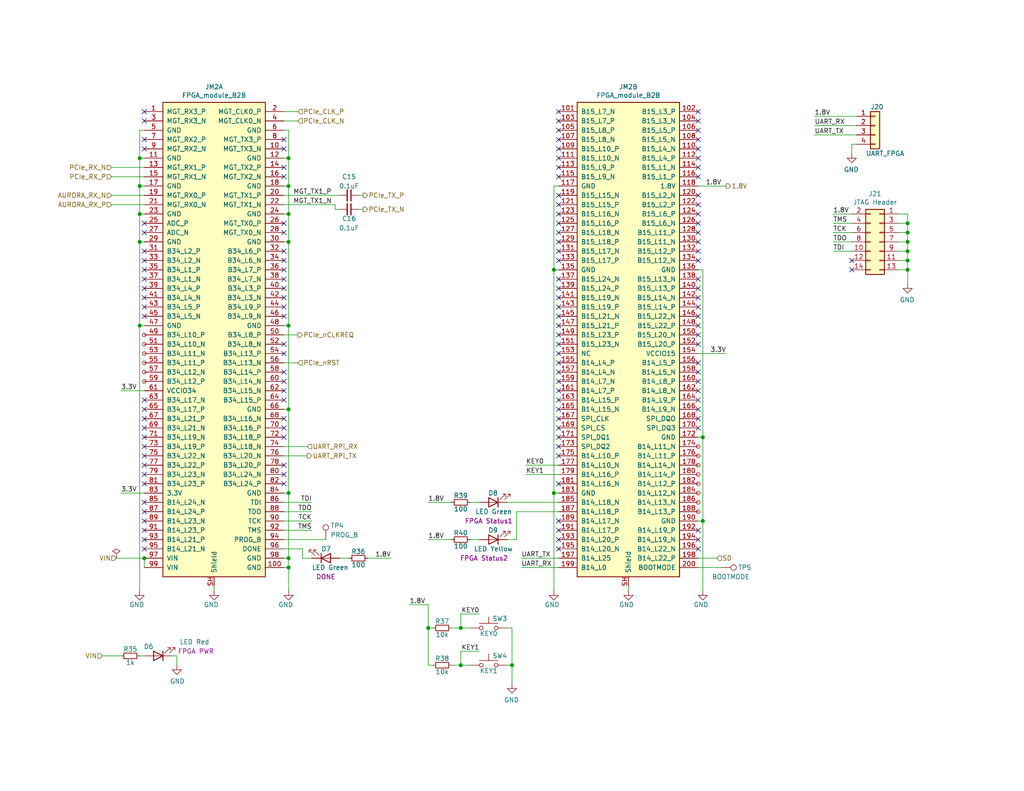
<source format=kicad_sch>
(kicad_sch (version 20211123) (generator eeschema)
  (paper "USLetter")
  (title_block (title "FPGA B2B connectors") (date "2021-05-13") (rev "1.0"))
  (lib_symbols
    (symbol "Connector:TestPoint" (pin_numbers hide) (pin_names (offset 0.762) hide)
      (property "Reference" "TP" (at 0 6.858 0))
      (property "Value" "TestPoint" (at 0 5.08 0))
      (symbol "TestPoint_0_1"
        (circle (center 0 3.302) (radius 0.762))
      )
      (symbol "TestPoint_1_1"
        (pin passive line (at 0 0 90) (length 2.54) (name "1") (number "1"))
      )
    )
    (symbol "Connector:TestPoint_Small" (pin_numbers hide) (pin_names (offset 0.762) hide)
      (property "Reference" "TP" (at 0 3.81 0))
      (property "Value" "TestPoint_Small" (at 0 2.032 0))
      (symbol "TestPoint_Small_0_1"
        (circle (center 0 0) (radius 0.508))
      )
      (symbol "TestPoint_Small_1_1"
        (pin passive line (at 0 0 90) (length 0) (name "1") (number "1"))
      )
    )
    (symbol "Connector_Generic:Conn_01x04" (pin_names (offset 1.016) hide)
      (property "Reference" "J" (at 0 5.08 0))
      (property "Value" "Conn_01x04" (at 0 -7.62 0))
      (symbol "Conn_01x04_1_1"
        (rectangle (start -1.27 -4.953) (end 0 -5.207) (stroke (width 0.1524)))
        (rectangle (start -1.27 -2.413) (end 0 -2.667) (stroke (width 0.1524)))
        (rectangle (start -1.27 0.127) (end 0 -0.127) (stroke (width 0.1524)))
        (rectangle (start -1.27 2.667) (end 0 2.413) (stroke (width 0.1524)))
        (rectangle (start -1.27 3.81) (end 1.27 -6.35) (stroke (width 0.254)) (fill (type background)))
        (pin passive line (at -5.08 2.54 0) (length 3.81) (name "Pin_1") (number "1"))
        (pin passive line (at -5.08 0 0) (length 3.81) (name "Pin_2") (number "2"))
        (pin passive line (at -5.08 -2.54 0) (length 3.81) (name "Pin_3") (number "3"))
        (pin passive line (at -5.08 -5.08 0) (length 3.81) (name "Pin_4") (number "4"))
      )
    )
    (symbol "Connector_Generic:Conn_02x07_Odd_Even" (pin_names (offset 1.016) hide)
      (property "Reference" "J" (at 1.27 10.16 0))
      (property "Value" "Conn_02x07_Odd_Even" (at 1.27 -10.16 0))
      (symbol "Conn_02x07_Odd_Even_1_1"
        (rectangle (start -1.27 -7.493) (end 0 -7.747) (stroke (width 0.1524)))
        (rectangle (start -1.27 -4.953) (end 0 -5.207) (stroke (width 0.1524)))
        (rectangle (start -1.27 -2.413) (end 0 -2.667) (stroke (width 0.1524)))
        (rectangle (start -1.27 0.127) (end 0 -0.127) (stroke (width 0.1524)))
        (rectangle (start -1.27 2.667) (end 0 2.413) (stroke (width 0.1524)))
        (rectangle (start -1.27 5.207) (end 0 4.953) (stroke (width 0.1524)))
        (rectangle (start -1.27 7.747) (end 0 7.493) (stroke (width 0.1524)))
        (rectangle (start -1.27 8.89) (end 3.81 -8.89) (stroke (width 0.254)) (fill (type background)))
        (rectangle (start 3.81 -7.493) (end 2.54 -7.747) (stroke (width 0.1524)))
        (rectangle (start 3.81 -4.953) (end 2.54 -5.207) (stroke (width 0.1524)))
        (rectangle (start 3.81 -2.413) (end 2.54 -2.667) (stroke (width 0.1524)))
        (rectangle (start 3.81 0.127) (end 2.54 -0.127) (stroke (width 0.1524)))
        (rectangle (start 3.81 2.667) (end 2.54 2.413) (stroke (width 0.1524)))
        (rectangle (start 3.81 5.207) (end 2.54 4.953) (stroke (width 0.1524)))
        (rectangle (start 3.81 7.747) (end 2.54 7.493) (stroke (width 0.1524)))
        (pin passive line (at -5.08 7.62 0) (length 3.81) (name "Pin_1") (number "1"))
        (pin passive line (at 7.62 -2.54 180) (length 3.81) (name "Pin_10") (number "10"))
        (pin passive line (at -5.08 -5.08 0) (length 3.81) (name "Pin_11") (number "11"))
        (pin passive line (at 7.62 -5.08 180) (length 3.81) (name "Pin_12") (number "12"))
        (pin passive line (at -5.08 -7.62 0) (length 3.81) (name "Pin_13") (number "13"))
        (pin passive line (at 7.62 -7.62 180) (length 3.81) (name "Pin_14") (number "14"))
        (pin passive line (at 7.62 7.62 180) (length 3.81) (name "Pin_2") (number "2"))
        (pin passive line (at -5.08 5.08 0) (length 3.81) (name "Pin_3") (number "3"))
        (pin passive line (at 7.62 5.08 180) (length 3.81) (name "Pin_4") (number "4"))
        (pin passive line (at -5.08 2.54 0) (length 3.81) (name "Pin_5") (number "5"))
        (pin passive line (at 7.62 2.54 180) (length 3.81) (name "Pin_6") (number "6"))
        (pin passive line (at -5.08 0 0) (length 3.81) (name "Pin_7") (number "7"))
        (pin passive line (at 7.62 0 180) (length 3.81) (name "Pin_8") (number "8"))
        (pin passive line (at -5.08 -2.54 0) (length 3.81) (name "Pin_9") (number "9"))
      )
    )
    (symbol "Device:C_Small" (pin_numbers hide) (pin_names (offset 0.254) hide)
      (property "Reference" "C" (at 0.254 1.778 0))
      (property "Value" "C_Small" (at 0.254 -2.032 0))
      (symbol "C_Small_0_1"
        (polyline (pts (xy -1.524 -0.508) (xy 1.524 -0.508)) (stroke (width 0.3302)))
        (polyline (pts (xy -1.524 0.508) (xy 1.524 0.508)) (stroke (width 0.3048)))
      )
      (symbol "C_Small_1_1"
        (pin passive line (at 0 2.54 270) (length 2.032) (name "~") (number "1"))
        (pin passive line (at 0 -2.54 90) (length 2.032) (name "~") (number "2"))
      )
    )
    (symbol "Device:LED" (pin_numbers hide) (pin_names (offset 1.016) hide)
      (property "Reference" "D" (at 0 2.54 0))
      (property "Value" "LED" (at 0 -2.54 0))
      (symbol "LED_0_1"
        (polyline (pts (xy -1.27 -1.27) (xy -1.27 1.27)) (stroke (width 0.254)))
        (polyline (pts (xy -1.27 0) (xy 1.27 0)))
        (polyline (pts (xy 1.27 -1.27) (xy 1.27 1.27) (xy -1.27 0) (xy 1.27 -1.27)) (stroke (width 0.254)))
        (polyline (pts (xy -3.048 -0.762) (xy -4.572 -2.286) (xy -3.81 -2.286) (xy -4.572 -2.286) (xy -4.572 -1.524)))
        (polyline (pts (xy -1.778 -0.762) (xy -3.302 -2.286) (xy -2.54 -2.286) (xy -3.302 -2.286) (xy -3.302 -1.524)))
      )
      (symbol "LED_1_1"
        (pin passive line (at -3.81 0 0) (length 2.54) (name "K") (number "1"))
        (pin passive line (at 3.81 0 180) (length 2.54) (name "A") (number "2"))
      )
    )
    (symbol "Device:R_Small" (pin_numbers hide) (pin_names (offset 0.254) hide)
      (property "Reference" "R" (at 0.762 0.508 0))
      (property "Value" "R_Small" (at 0.762 -1.016 0))
      (symbol "R_Small_0_1"
        (rectangle (start -0.762 1.778) (end 0.762 -1.778) (stroke (width 0.2032)))
      )
      (symbol "R_Small_1_1"
        (pin passive line (at 0 2.54 270) (length 0.762) (name "~") (number "1"))
        (pin passive line (at 0 -2.54 90) (length 0.762) (name "~") (number "2"))
      )
    )
    (symbol "ProjectLib:FPGA_module_B2B" (pin_names (offset 1.016))
      (property "Reference" "JM" (at 5.08 3.81 0))
      (property "Value" "FPGA_module_B2B" (at 13.335 3.81 0))
      (symbol "FPGA_module_B2B_0_1"
        (pin passive line (at 19.05 -129.54 90) (length 2.54) (name "Shield") (number "SH"))
      )
      (symbol "FPGA_module_B2B_1_1"
        (rectangle (start 5.08 2.54) (end 33.02 -127) (stroke (width 0.254)) (fill (type background)))
        (pin input line (at 0 0 0) (length 5.08) (name "MGT_RX3_P") (number "1"))
        (pin output line (at 38.1 -10.16 180) (length 5.08) (name "MGT_TX3_N") (number "10"))
        (pin power_in line (at 38.1 -124.46 180) (length 5.08) (name "GND") (number "100"))
        (pin power_in line (at 0 -12.7 0) (length 5.08) (name "GND") (number "11"))
        (pin power_in line (at 38.1 -12.7 180) (length 5.08) (name "GND") (number "12"))
        (pin passive line (at 0 -15.24 0) (length 5.08) (name "MGT_RX1_P") (number "13"))
        (pin output line (at 38.1 -15.24 180) (length 5.08) (name "MGT_TX2_P") (number "14"))
        (pin passive line (at 0 -17.78 0) (length 5.08) (name "MGT_RX1_N") (number "15"))
        (pin output line (at 38.1 -17.78 180) (length 5.08) (name "MGT_TX2_N") (number "16"))
        (pin passive line (at 0 -20.32 0) (length 5.08) (name "GND") (number "17"))
        (pin power_in line (at 38.1 -20.32 180) (length 5.08) (name "GND") (number "18"))
        (pin input line (at 0 -22.86 0) (length 5.08) (name "MGT_RX0_P") (number "19"))
        (pin passive line (at 38.1 0 180) (length 5.08) (name "MGT_CLK0_P") (number "2"))
        (pin output line (at 38.1 -22.86 180) (length 5.08) (name "MGT_TX1_P") (number "20"))
        (pin input line (at 0 -25.4 0) (length 5.08) (name "MGT_RX0_N") (number "21"))
        (pin output line (at 38.1 -25.4 180) (length 5.08) (name "MGT_TX1_N") (number "22"))
        (pin power_in line (at 0 -27.94 0) (length 5.08) (name "GND") (number "23"))
        (pin power_in line (at 38.1 -27.94 180) (length 5.08) (name "GND") (number "24"))
        (pin passive line (at 0 -30.48 0) (length 5.08) (name "ADC_P") (number "25"))
        (pin output line (at 38.1 -30.48 180) (length 5.08) (name "MGT_TX0_P") (number "26"))
        (pin passive line (at 0 -33.02 0) (length 5.08) (name "ADC_N") (number "27"))
        (pin output line (at 38.1 -33.02 180) (length 5.08) (name "MGT_TX0_N") (number "28"))
        (pin power_in line (at 0 -35.56 0) (length 5.08) (name "GND") (number "29"))
        (pin input line (at 0 -2.54 0) (length 5.08) (name "MGT_RX3_N") (number "3"))
        (pin power_in line (at 38.1 -35.56 180) (length 5.08) (name "GND") (number "30"))
        (pin passive line (at 0 -38.1 0) (length 5.08) (name "B34_L2_P") (number "31"))
        (pin passive line (at 38.1 -38.1 180) (length 5.08) (name "B34_L6_P") (number "32"))
        (pin passive line (at 0 -40.64 0) (length 5.08) (name "B34_L2_N") (number "33"))
        (pin passive line (at 38.1 -40.64 180) (length 5.08) (name "B34_L6_N") (number "34"))
        (pin passive line (at 0 -43.18 0) (length 5.08) (name "B34_L1_P") (number "35"))
        (pin passive line (at 38.1 -43.18 180) (length 5.08) (name "B34_L7_P") (number "36"))
        (pin passive line (at 0 -45.72 0) (length 5.08) (name "B34_L1_N") (number "37"))
        (pin passive line (at 38.1 -45.72 180) (length 5.08) (name "B34_L7_N") (number "38"))
        (pin passive line (at 0 -48.26 0) (length 5.08) (name "B34_L4_P") (number "39"))
        (pin passive line (at 38.1 -2.54 180) (length 5.08) (name "MGT_CLK0_N") (number "4"))
        (pin passive line (at 38.1 -48.26 180) (length 5.08) (name "B34_L3_P") (number "40"))
        (pin passive line (at 0 -50.8 0) (length 5.08) (name "B34_L4_N") (number "41"))
        (pin passive line (at 38.1 -50.8 180) (length 5.08) (name "B34_L3_N") (number "42"))
        (pin passive line (at 0 -53.34 0) (length 5.08) (name "B34_L5_P") (number "43"))
        (pin passive line (at 38.1 -53.34 180) (length 5.08) (name "B34_L9_P") (number "44"))
        (pin passive line (at 0 -55.88 0) (length 5.08) (name "B34_L5_N") (number "45"))
        (pin passive line (at 38.1 -55.88 180) (length 5.08) (name "B34_L9_N") (number "46"))
        (pin power_in line (at 0 -58.42 0) (length 5.08) (name "GND") (number "47"))
        (pin power_in line (at 38.1 -58.42 180) (length 5.08) (name "GND") (number "48"))
        (pin passive line (at 0 -60.96 0) (length 5.08) (name "B34_L10_P") (number "49"))
        (pin power_in line (at 0 -5.08 0) (length 5.08) (name "GND") (number "5"))
        (pin passive line (at 38.1 -60.96 180) (length 5.08) (name "B34_L8_P") (number "50"))
        (pin passive line (at 0 -63.5 0) (length 5.08) (name "B34_L10_N") (number "51"))
        (pin passive line (at 38.1 -63.5 180) (length 5.08) (name "B34_L8_N") (number "52"))
        (pin passive line (at 0 -66.04 0) (length 5.08) (name "B34_L11_N") (number "53"))
        (pin passive line (at 38.1 -66.04 180) (length 5.08) (name "B34_L13_P") (number "54"))
        (pin passive line (at 0 -68.58 0) (length 5.08) (name "B34_L11_P") (number "55"))
        (pin passive line (at 38.1 -68.58 180) (length 5.08) (name "B34_L13_N") (number "56"))
        (pin passive line (at 0 -71.12 0) (length 5.08) (name "B34_L12_N") (number "57"))
        (pin passive line (at 38.1 -71.12 180) (length 5.08) (name "B34_L14_P") (number "58"))
        (pin passive line (at 0 -73.66 0) (length 5.08) (name "B34_L12_P") (number "59"))
        (pin power_in line (at 38.1 -5.08 180) (length 5.08) (name "GND") (number "6"))
        (pin passive line (at 38.1 -73.66 180) (length 5.08) (name "B34_L14_N") (number "60"))
        (pin passive line (at 0 -76.2 0) (length 5.08) (name "VCCIO34") (number "61"))
        (pin passive line (at 38.1 -76.2 180) (length 5.08) (name "B34_L15_N") (number "62"))
        (pin passive line (at 0 -78.74 0) (length 5.08) (name "B34_L17_N") (number "63"))
        (pin passive line (at 38.1 -78.74 180) (length 5.08) (name "B34_L15_P") (number "64"))
        (pin passive line (at 0 -81.28 0) (length 5.08) (name "B34_L17_P") (number "65"))
        (pin power_in line (at 38.1 -81.28 180) (length 5.08) (name "GND") (number "66"))
        (pin passive line (at 0 -83.82 0) (length 5.08) (name "B34_L21_P") (number "67"))
        (pin passive line (at 38.1 -83.82 180) (length 5.08) (name "B34_L16_N") (number "68"))
        (pin passive line (at 0 -86.36 0) (length 5.08) (name "B34_L21_N") (number "69"))
        (pin input line (at 0 -7.62 0) (length 5.08) (name "MGT_RX2_P") (number "7"))
        (pin passive line (at 38.1 -86.36 180) (length 5.08) (name "B34_L16_P") (number "70"))
        (pin passive line (at 0 -88.9 0) (length 5.08) (name "B34_L19_N") (number "71"))
        (pin passive line (at 38.1 -88.9 180) (length 5.08) (name "B34_L18_P") (number "72"))
        (pin passive line (at 0 -91.44 0) (length 5.08) (name "B34_L19_P") (number "73"))
        (pin passive line (at 38.1 -91.44 180) (length 5.08) (name "B34_L18_N") (number "74"))
        (pin passive line (at 0 -93.98 0) (length 5.08) (name "B34_L22_N") (number "75"))
        (pin passive line (at 38.1 -93.98 180) (length 5.08) (name "B34_L20_N") (number "76"))
        (pin passive line (at 0 -96.52 0) (length 5.08) (name "B34_L22_P") (number "77"))
        (pin passive line (at 38.1 -96.52 180) (length 5.08) (name "B34_L20_P") (number "78"))
        (pin passive line (at 0 -99.06 0) (length 5.08) (name "B34_L23_N") (number "79"))
        (pin output line (at 38.1 -7.62 180) (length 5.08) (name "MGT_TX3_P") (number "8"))
        (pin passive line (at 38.1 -99.06 180) (length 5.08) (name "B34_L24_N") (number "80"))
        (pin passive line (at 0 -101.6 0) (length 5.08) (name "B34_L23_P") (number "81"))
        (pin passive line (at 38.1 -101.6 180) (length 5.08) (name "B34_L24_P") (number "82"))
        (pin power_out line (at 0 -104.14 0) (length 5.08) (name "3.3V") (number "83"))
        (pin power_in line (at 38.1 -104.14 180) (length 5.08) (name "GND") (number "84"))
        (pin passive line (at 0 -106.68 0) (length 5.08) (name "B14_L24_N") (number "85"))
        (pin input line (at 38.1 -106.68 180) (length 5.08) (name "TDI") (number "86"))
        (pin passive line (at 0 -109.22 0) (length 5.08) (name "B14_L24_P") (number "87"))
        (pin output line (at 38.1 -109.22 180) (length 5.08) (name "TDO") (number "88"))
        (pin passive line (at 0 -111.76 0) (length 5.08) (name "B14_L23_N") (number "89"))
        (pin input line (at 0 -10.16 0) (length 5.08) (name "MGT_RX2_N") (number "9"))
        (pin input line (at 38.1 -111.76 180) (length 5.08) (name "TCK") (number "90"))
        (pin passive line (at 0 -114.3 0) (length 5.08) (name "B14_L23_P") (number "91"))
        (pin input line (at 38.1 -114.3 180) (length 5.08) (name "TMS") (number "92"))
        (pin passive line (at 0 -116.84 0) (length 5.08) (name "B14_L21_P") (number "93"))
        (pin input line (at 38.1 -116.84 180) (length 5.08) (name "PROG_B") (number "94"))
        (pin passive line (at 0 -119.38 0) (length 5.08) (name "B14_L21_N") (number "95"))
        (pin output line (at 38.1 -119.38 180) (length 5.08) (name "DONE") (number "96"))
        (pin power_in line (at 0 -121.92 0) (length 5.08) (name "VIN") (number "97"))
        (pin power_in line (at 38.1 -121.92 180) (length 5.08) (name "GND") (number "98"))
        (pin power_in line (at 0 -124.46 0) (length 5.08) (name "VIN") (number "99"))
      )
      (symbol "FPGA_module_B2B_2_0"
        (rectangle (start 5.08 2.54) (end 33.02 -127) (stroke (width 0.254)) (fill (type background)))
      )
      (symbol "FPGA_module_B2B_2_1"
        (pin passive line (at 0 0 0) (length 5.08) (name "B15_L7_N") (number "101"))
        (pin passive line (at 38.1 0 180) (length 5.08) (name "B15_L3_P") (number "102"))
        (pin passive line (at 0 -2.54 0) (length 5.08) (name "B15_L7_P") (number "103"))
        (pin passive line (at 38.1 -2.54 180) (length 5.08) (name "B15_L3_N") (number "104"))
        (pin passive line (at 0 -5.08 0) (length 5.08) (name "B15_L8_P") (number "105"))
        (pin passive line (at 38.1 -5.08 180) (length 5.08) (name "B15_L5_P") (number "106"))
        (pin passive line (at 0 -7.62 0) (length 5.08) (name "B15_L8_N") (number "107"))
        (pin passive line (at 38.1 -7.62 180) (length 5.08) (name "B15_L5_N") (number "108"))
        (pin passive line (at 0 -10.16 0) (length 5.08) (name "B15_L10_P") (number "109"))
        (pin passive line (at 38.1 -10.16 180) (length 5.08) (name "B15_L4_N") (number "110"))
        (pin passive line (at 0 -12.7 0) (length 5.08) (name "B15_L10_N") (number "111"))
        (pin passive line (at 38.1 -12.7 180) (length 5.08) (name "B15_L4_P") (number "112"))
        (pin passive line (at 0 -15.24 0) (length 5.08) (name "B15_L9_P") (number "113"))
        (pin passive line (at 38.1 -15.24 180) (length 5.08) (name "B15_L1_N") (number "114"))
        (pin passive line (at 0 -17.78 0) (length 5.08) (name "B15_L9_N") (number "115"))
        (pin passive line (at 38.1 -17.78 180) (length 5.08) (name "B15_L1_P") (number "116"))
        (pin power_in line (at 0 -20.32 0) (length 5.08) (name "GND") (number "117"))
        (pin power_out line (at 38.1 -20.32 180) (length 5.08) (name "1.8V") (number "118"))
        (pin passive line (at 0 -22.86 0) (length 5.08) (name "B15_L15_N") (number "119"))
        (pin passive line (at 38.1 -22.86 180) (length 5.08) (name "B15_L2_N") (number "120"))
        (pin passive line (at 0 -25.4 0) (length 5.08) (name "B15_L15_P") (number "121"))
        (pin passive line (at 38.1 -25.4 180) (length 5.08) (name "B15_L2_P") (number "122"))
        (pin passive line (at 0 -27.94 0) (length 5.08) (name "B15_L16_N") (number "123"))
        (pin passive line (at 38.1 -27.94 180) (length 5.08) (name "B15_L6_P") (number "124"))
        (pin passive line (at 0 -30.48 0) (length 5.08) (name "B15_L16_P") (number "125"))
        (pin passive line (at 38.1 -30.48 180) (length 5.08) (name "B15_L6_N") (number "126"))
        (pin passive line (at 0 -33.02 0) (length 5.08) (name "B15_L18_N") (number "127"))
        (pin passive line (at 38.1 -33.02 180) (length 5.08) (name "B15_L11_P") (number "128"))
        (pin passive line (at 0 -35.56 0) (length 5.08) (name "B15_L18_P") (number "129"))
        (pin passive line (at 38.1 -35.56 180) (length 5.08) (name "B15_L11_N") (number "130"))
        (pin passive line (at 0 -38.1 0) (length 5.08) (name "B15_L17_N") (number "131"))
        (pin passive line (at 38.1 -38.1 180) (length 5.08) (name "B15_L12_P") (number "132"))
        (pin passive line (at 0 -40.64 0) (length 5.08) (name "B15_L17_P") (number "133"))
        (pin passive line (at 38.1 -40.64 180) (length 5.08) (name "B15_L12_N") (number "134"))
        (pin power_in line (at 0 -43.18 0) (length 5.08) (name "GND") (number "135"))
        (pin power_in line (at 38.1 -43.18 180) (length 5.08) (name "GND") (number "136"))
        (pin passive line (at 0 -45.72 0) (length 5.08) (name "B15_L24_N") (number "137"))
        (pin passive line (at 38.1 -45.72 180) (length 5.08) (name "B15_L13_N") (number "138"))
        (pin passive line (at 0 -48.26 0) (length 5.08) (name "B15_L24_P") (number "139"))
        (pin passive line (at 38.1 -48.26 180) (length 5.08) (name "B15_L13_P") (number "140"))
        (pin passive line (at 0 -50.8 0) (length 5.08) (name "B15_L19_N") (number "141"))
        (pin passive line (at 38.1 -50.8 180) (length 5.08) (name "B15_L14_N") (number "142"))
        (pin passive line (at 0 -53.34 0) (length 5.08) (name "B15_L19_P") (number "143"))
        (pin passive line (at 38.1 -53.34 180) (length 5.08) (name "B15_L14_P") (number "144"))
        (pin passive line (at 0 -55.88 0) (length 5.08) (name "B15_L21_N") (number "145"))
        (pin passive line (at 38.1 -55.88 180) (length 5.08) (name "B15_L22_N") (number "146"))
        (pin passive line (at 0 -58.42 0) (length 5.08) (name "B15_L21_P") (number "147"))
        (pin passive line (at 38.1 -58.42 180) (length 5.08) (name "B15_L22_P") (number "148"))
        (pin passive line (at 0 -60.96 0) (length 5.08) (name "B15_L23_P") (number "149"))
        (pin passive line (at 38.1 -60.96 180) (length 5.08) (name "B15_L20_N") (number "150"))
        (pin passive line (at 0 -63.5 0) (length 5.08) (name "B15_L23_N") (number "151"))
        (pin passive line (at 38.1 -63.5 180) (length 5.08) (name "B15_L20_P") (number "152"))
        (pin passive line (at 0 -66.04 0) (length 5.08) (name "NC") (number "153"))
        (pin power_in line (at 38.1 -66.04 180) (length 5.08) (name "VCCIO15") (number "154"))
        (pin passive line (at 0 -68.58 0) (length 5.08) (name "B14_L4_P") (number "155"))
        (pin passive line (at 38.1 -68.58 180) (length 5.08) (name "B14_L5_P") (number "156"))
        (pin passive line (at 0 -71.12 0) (length 5.08) (name "B14_L4_N") (number "157"))
        (pin passive line (at 38.1 -71.12 180) (length 5.08) (name "B14_L5_N") (number "158"))
        (pin passive line (at 0 -73.66 0) (length 5.08) (name "B14_L7_N") (number "159"))
        (pin passive line (at 38.1 -73.66 180) (length 5.08) (name "B14_L8_P") (number "160"))
        (pin passive line (at 0 -76.2 0) (length 5.08) (name "B14_L7_P") (number "161"))
        (pin passive line (at 38.1 -76.2 180) (length 5.08) (name "B14_L8_N") (number "162"))
        (pin passive line (at 0 -78.74 0) (length 5.08) (name "B14_L15_P") (number "163"))
        (pin passive line (at 38.1 -78.74 180) (length 5.08) (name "B14_L9_P") (number "164"))
        (pin passive line (at 0 -81.28 0) (length 5.08) (name "B14_L15_N") (number "165"))
        (pin passive line (at 38.1 -81.28 180) (length 5.08) (name "B14_L9_N") (number "166"))
        (pin passive line (at 0 -83.82 0) (length 5.08) (name "SPI_CLK") (number "167"))
        (pin passive line (at 38.1 -83.82 180) (length 5.08) (name "SPI_DQO") (number "168"))
        (pin passive line (at 0 -86.36 0) (length 5.08) (name "SPI_CS") (number "169"))
        (pin passive line (at 38.1 -86.36 180) (length 5.08) (name "SPI_DQ3") (number "170"))
        (pin passive line (at 0 -88.9 0) (length 5.08) (name "SPI_DQ1") (number "171"))
        (pin power_in line (at 38.1 -88.9 180) (length 5.08) (name "GND") (number "172"))
        (pin passive line (at 0 -91.44 0) (length 5.08) (name "SPI_DQ2") (number "173"))
        (pin passive line (at 38.1 -91.44 180) (length 5.08) (name "B14_L11_N") (number "174"))
        (pin passive line (at 0 -93.98 0) (length 5.08) (name "B14_L10_P") (number "175"))
        (pin passive line (at 38.1 -93.98 180) (length 5.08) (name "B14_L11_P") (number "176"))
        (pin passive line (at 0 -96.52 0) (length 5.08) (name "B14_L10_N") (number "177"))
        (pin passive line (at 38.1 -96.52 180) (length 5.08) (name "B14_L14_N") (number "178"))
        (pin passive line (at 0 -99.06 0) (length 5.08) (name "B14_L16_P") (number "179"))
        (pin passive line (at 38.1 -99.06 180) (length 5.08) (name "B14_L14_P") (number "180"))
        (pin passive line (at 0 -101.6 0) (length 5.08) (name "B14_L16_N") (number "181"))
        (pin passive line (at 38.1 -101.6 180) (length 5.08) (name "B14_L12_P") (number "182"))
        (pin power_in line (at 0 -104.14 0) (length 5.08) (name "GND") (number "183"))
        (pin passive line (at 38.1 -104.14 180) (length 5.08) (name "B14_L12_N") (number "184"))
        (pin passive line (at 0 -106.68 0) (length 5.08) (name "B14_L18_N") (number "185"))
        (pin passive line (at 38.1 -106.68 180) (length 5.08) (name "B14_L13_N") (number "186"))
        (pin passive line (at 0 -109.22 0) (length 5.08) (name "B14_L18_P") (number "187"))
        (pin passive line (at 38.1 -109.22 180) (length 5.08) (name "B14_L13_P") (number "188"))
        (pin passive line (at 0 -111.76 0) (length 5.08) (name "B14_L17_N") (number "189"))
        (pin power_in line (at 38.1 -111.76 180) (length 5.08) (name "GND") (number "190"))
        (pin passive line (at 0 -114.3 0) (length 5.08) (name "B14_L17_P") (number "191"))
        (pin passive line (at 38.1 -114.3 180) (length 5.08) (name "B14_L19_P") (number "192"))
        (pin passive line (at 0 -116.84 0) (length 5.08) (name "B14_L20_P") (number "193"))
        (pin passive line (at 38.1 -116.84 180) (length 5.08) (name "B14_L19_N") (number "194"))
        (pin passive line (at 0 -119.38 0) (length 5.08) (name "B14_L20_N") (number "195"))
        (pin passive line (at 38.1 -119.38 180) (length 5.08) (name "B14_L22_N") (number "196"))
        (pin passive line (at 0 -121.92 0) (length 5.08) (name "B14_L25") (number "197"))
        (pin passive line (at 38.1 -121.92 180) (length 5.08) (name "B14_L22_P") (number "198"))
        (pin passive line (at 0 -124.46 0) (length 5.08) (name "B14_L0") (number "199"))
        (pin input line (at 38.1 -124.46 180) (length 5.08) (name "BOOTMODE") (number "200"))
      )
    )
    (symbol "Switch:SW_Push" (pin_numbers hide) (pin_names (offset 1.016) hide)
      (property "Reference" "SW" (at 1.27 2.54 0))
      (property "Value" "SW_Push" (at 0 -1.524 0))
      (symbol "SW_Push_0_1"
        (circle (center -2.032 0) (radius 0.508))
        (polyline (pts (xy 0 1.27) (xy 0 3.048)))
        (polyline (pts (xy 2.54 1.27) (xy -2.54 1.27)))
        (circle (center 2.032 0) (radius 0.508))
        (pin passive line (at -5.08 0 0) (length 2.54) (name "1") (number "1"))
        (pin passive line (at 5.08 0 180) (length 2.54) (name "2") (number "2"))
      )
    )
    (symbol "power:GND" (power) (pin_names (offset 0))
      (property "Value" "GND" (at 0 -3.81 0))
      (symbol "GND_0_1"
        (polyline (pts (xy 0 0) (xy 0 -1.27) (xy 1.27 -1.27) (xy 0 -2.54) (xy -1.27 -1.27) (xy 0 -1.27)))
      )
      (symbol "GND_1_1"
        (pin power_in line (at 0 0 270) (length 0) hide (name "GND") (number "1"))
      )
    )
    (symbol "power:PWR_FLAG" (power) (pin_numbers hide) (pin_names (offset 0) hide)
      (property "Value" "PWR_FLAG" (at 0 3.81 0))
      (symbol "PWR_FLAG_0_0"
        (pin power_out line (at 0 0 90) (length 0) (name "pwr") (number "1"))
      )
      (symbol "PWR_FLAG_0_1"
        (polyline (pts (xy 0 0) (xy 0 1.27) (xy -1.016 1.905) (xy 0 2.54) (xy 1.016 1.905) (xy 0 1.27)))
      )
    )
  )
  (junction (at 38.1 66.04))
  (junction (at 78.74 43.18))
  (junction (at 78.74 152.4))
  (junction (at 78.74 111.76))
  (junction (at 78.74 134.62))
  (junction (at 191.77 119.38))
  (junction (at 125.73 171.45))
  (junction (at 247.65 60.96))
  (junction (at 39.37 152.4))
  (junction (at 38.1 58.42))
  (junction (at 125.73 181.61))
  (junction (at 78.74 58.42))
  (junction (at 139.7 181.61))
  (junction (at 78.74 66.04))
  (junction (at 116.84 171.45))
  (junction (at 78.74 88.9))
  (junction (at 38.1 43.18))
  (junction (at 38.1 88.9))
  (junction (at 38.1 50.8))
  (junction (at 78.74 50.8))
  (junction (at 151.13 73.66))
  (junction (at 151.13 134.62))
  (junction (at 247.65 71.12))
  (junction (at 78.74 154.94))
  (junction (at 247.65 66.04))
  (junction (at 191.77 142.24))
  (junction (at 247.65 73.66))
  (junction (at 247.65 68.58))
  (junction (at 247.65 63.5))
  (no_connect (at 77.47 81.28))
  (no_connect (at 152.4 68.58))
  (no_connect (at 190.5 147.32))
  (no_connect (at 39.37 109.22))
  (no_connect (at 152.4 96.52))
  (no_connect (at 190.5 116.84))
  (no_connect (at 190.5 114.3))
  (no_connect (at 190.5 63.5))
  (no_connect (at 77.47 45.72))
  (no_connect (at 77.47 71.12))
  (no_connect (at 77.47 127))
  (no_connect (at 190.5 81.28))
  (no_connect (at 77.47 119.38))
  (no_connect (at 152.4 30.48))
  (no_connect (at 77.47 60.96))
  (no_connect (at 77.47 109.22))
  (no_connect (at 190.5 78.74))
  (no_connect (at 152.4 121.92))
  (no_connect (at 190.5 71.12))
  (no_connect (at 39.37 139.7))
  (no_connect (at 39.37 129.54))
  (no_connect (at 190.5 48.26))
  (no_connect (at 77.47 76.2))
  (no_connect (at 152.4 35.56))
  (no_connect (at 39.37 60.96))
  (no_connect (at 152.4 114.3))
  (no_connect (at 190.5 149.86))
  (no_connect (at 152.4 43.18))
  (no_connect (at 152.4 111.76))
  (no_connect (at 190.5 40.64))
  (no_connect (at 152.4 81.28))
  (no_connect (at 232.41 73.66))
  (no_connect (at 77.47 96.52))
  (no_connect (at 152.4 104.14))
  (no_connect (at 152.4 106.68))
  (no_connect (at 190.5 45.72))
  (no_connect (at 190.5 111.76))
  (no_connect (at 152.4 86.36))
  (no_connect (at 190.5 43.18))
  (no_connect (at 152.4 33.02))
  (no_connect (at 77.47 106.68))
  (no_connect (at 152.4 147.32))
  (no_connect (at 152.4 53.34))
  (no_connect (at 77.47 83.82))
  (no_connect (at 39.37 124.46))
  (no_connect (at 190.5 35.56))
  (no_connect (at 77.47 116.84))
  (no_connect (at 190.5 86.36))
  (no_connect (at 152.4 144.78))
  (no_connect (at 152.4 132.08))
  (no_connect (at 190.5 104.14))
  (no_connect (at 190.5 33.02))
  (no_connect (at 39.37 119.38))
  (no_connect (at 152.4 88.9))
  (no_connect (at 39.37 76.2))
  (no_connect (at 152.4 101.6))
  (no_connect (at 39.37 144.78))
  (no_connect (at 39.37 81.28))
  (no_connect (at 39.37 86.36))
  (no_connect (at 190.5 60.96))
  (no_connect (at 77.47 73.66))
  (no_connect (at 190.5 109.22))
  (no_connect (at 152.4 93.98))
  (no_connect (at 77.47 114.3))
  (no_connect (at 39.37 30.48))
  (no_connect (at 77.47 38.1))
  (no_connect (at 39.37 116.84))
  (no_connect (at 39.37 78.74))
  (no_connect (at 39.37 63.5))
  (no_connect (at 152.4 83.82))
  (no_connect (at 152.4 48.26))
  (no_connect (at 39.37 132.08))
  (no_connect (at 190.5 91.44))
  (no_connect (at 152.4 63.5))
  (no_connect (at 77.47 93.98))
  (no_connect (at 190.5 106.68))
  (no_connect (at 39.37 121.92))
  (no_connect (at 39.37 127))
  (no_connect (at 77.47 78.74))
  (no_connect (at 152.4 38.1))
  (no_connect (at 152.4 55.88))
  (no_connect (at 232.41 71.12))
  (no_connect (at 190.5 66.04))
  (no_connect (at 152.4 76.2))
  (no_connect (at 152.4 109.22))
  (no_connect (at 77.47 40.64))
  (no_connect (at 152.4 116.84))
  (no_connect (at 190.5 76.2))
  (no_connect (at 39.37 137.16))
  (no_connect (at 152.4 119.38))
  (no_connect (at 39.37 147.32))
  (no_connect (at 77.47 132.08))
  (no_connect (at 39.37 149.86))
  (no_connect (at 39.37 40.64))
  (no_connect (at 152.4 142.24))
  (no_connect (at 152.4 91.44))
  (no_connect (at 39.37 111.76))
  (no_connect (at 152.4 60.96))
  (no_connect (at 39.37 68.58))
  (no_connect (at 190.5 83.82))
  (no_connect (at 190.5 68.58))
  (no_connect (at 77.47 104.14))
  (no_connect (at 152.4 99.06))
  (no_connect (at 39.37 71.12))
  (no_connect (at 77.47 101.6))
  (no_connect (at 39.37 38.1))
  (no_connect (at 39.37 142.24))
  (no_connect (at 152.4 149.86))
  (no_connect (at 152.4 40.64))
  (no_connect (at 190.5 101.6))
  (no_connect (at 77.47 63.5))
  (no_connect (at 152.4 71.12))
  (no_connect (at 190.5 144.78))
  (no_connect (at 190.5 53.34))
  (no_connect (at 190.5 30.48))
  (no_connect (at 190.5 88.9))
  (no_connect (at 77.47 48.26))
  (no_connect (at 190.5 93.98))
  (no_connect (at 39.37 33.02))
  (no_connect (at 77.47 129.54))
  (no_connect (at 190.5 58.42))
  (no_connect (at 152.4 124.46))
  (no_connect (at 77.47 86.36))
  (no_connect (at 39.37 83.82))
  (no_connect (at 152.4 58.42))
  (no_connect (at 190.5 99.06))
  (no_connect (at 190.5 55.88))
  (no_connect (at 39.37 114.3))
  (no_connect (at 39.37 73.66))
  (no_connect (at 152.4 66.04))
  (no_connect (at 77.47 68.58))
  (no_connect (at 152.4 78.74))
  (no_connect (at 190.5 38.1))
  (no_connect (at 152.4 45.72))
  (wire (pts (xy 138.43 181.61) (xy 139.7 181.61)))
  (wire (pts (xy 99.06 53.34) (xy 97.79 53.34)))
  (wire (pts (xy 39.37 53.34) (xy 30.48 53.34)))
  (wire (pts (xy 151.13 73.66) (xy 151.13 50.8)))
  (wire (pts (xy 77.47 30.48) (xy 81.28 30.48)))
  (wire (pts (xy 125.73 167.64) (xy 125.73 171.45)))
  (wire (pts (xy 39.37 88.9) (xy 38.1 88.9)))
  (wire (pts (xy 171.45 161.29) (xy 171.45 160.02)))
  (wire (pts (xy 233.68 36.83) (xy 222.25 36.83)))
  (wire (pts (xy 138.43 171.45) (xy 139.7 171.45)))
  (wire (pts (xy 130.81 177.8) (xy 125.73 177.8)))
  (wire (pts (xy 190.5 152.4) (xy 195.58 152.4)))
  (wire (pts (xy 78.74 154.94) (xy 78.74 152.4)))
  (wire (pts (xy 38.1 43.18) (xy 38.1 35.56)))
  (wire (pts (xy 78.74 58.42) (xy 78.74 66.04)))
  (wire (pts (xy 78.74 161.29) (xy 78.74 154.94)))
  (wire (pts (xy 152.4 139.7) (xy 140.97 139.7)))
  (wire (pts (xy 77.47 91.44) (xy 81.28 91.44)))
  (wire (pts (xy 78.74 66.04) (xy 77.47 66.04)))
  (wire (pts (xy 77.47 53.34) (xy 92.71 53.34)))
  (wire (pts (xy 78.74 134.62) (xy 77.47 134.62)))
  (wire (pts (xy 78.74 35.56) (xy 77.47 35.56)))
  (wire (pts (xy 143.51 129.54) (xy 152.4 129.54)))
  (wire (pts (xy 227.33 60.96) (xy 232.41 60.96)))
  (wire (pts (xy 190.5 50.8) (xy 198.12 50.8)))
  (wire (pts (xy 38.1 58.42) (xy 38.1 50.8)))
  (wire (pts (xy 48.26 179.07) (xy 46.99 179.07)))
  (wire (pts (xy 77.47 99.06) (xy 81.28 99.06)))
  (wire (pts (xy 38.1 66.04) (xy 39.37 66.04)))
  (wire (pts (xy 151.13 50.8) (xy 152.4 50.8)))
  (wire (pts (xy 190.5 119.38) (xy 191.77 119.38)))
  (wire (pts (xy 27.94 179.07) (xy 33.02 179.07)))
  (wire (pts (xy 77.47 154.94) (xy 78.74 154.94)))
  (wire (pts (xy 227.33 66.04) (xy 232.41 66.04)))
  (wire (pts (xy 38.1 161.29) (xy 38.1 88.9)))
  (wire (pts (xy 138.43 147.32) (xy 140.97 147.32)))
  (wire (pts (xy 247.65 73.66) (xy 247.65 71.12)))
  (wire (pts (xy 232.41 41.91) (xy 232.41 39.37)))
  (wire (pts (xy 247.65 66.04) (xy 247.65 63.5)))
  (wire (pts (xy 30.48 48.26) (xy 39.37 48.26)))
  (wire (pts (xy 227.33 68.58) (xy 232.41 68.58)))
  (wire (pts (xy 142.24 154.94) (xy 152.4 154.94)))
  (wire (pts (xy 245.11 63.5) (xy 247.65 63.5)))
  (wire (pts (xy 247.65 77.47) (xy 247.65 73.66)))
  (wire (pts (xy 78.74 50.8) (xy 78.74 58.42)))
  (wire (pts (xy 78.74 111.76) (xy 78.74 88.9)))
  (wire (pts (xy 190.5 154.94) (xy 196.85 154.94)))
  (wire (pts (xy 38.1 88.9) (xy 38.1 66.04)))
  (wire (pts (xy 77.47 137.16) (xy 85.09 137.16)))
  (wire (pts (xy 116.84 165.1) (xy 116.84 171.45)))
  (wire (pts (xy 152.4 137.16) (xy 138.43 137.16)))
  (wire (pts (xy 31.75 152.4) (xy 39.37 152.4)))
  (wire (pts (xy 125.73 177.8) (xy 125.73 181.61)))
  (wire (pts (xy 151.13 134.62) (xy 151.13 161.29)))
  (wire (pts (xy 227.33 58.42) (xy 232.41 58.42)))
  (wire (pts (xy 77.47 139.7) (xy 85.09 139.7)))
  (wire (pts (xy 99.06 57.15) (xy 97.79 57.15)))
  (wire (pts (xy 58.42 161.29) (xy 58.42 160.02)))
  (wire (pts (xy 143.51 127) (xy 152.4 127)))
  (wire (pts (xy 227.33 63.5) (xy 232.41 63.5)))
  (wire (pts (xy 245.11 68.58) (xy 247.65 68.58)))
  (wire (pts (xy 33.02 106.68) (xy 39.37 106.68)))
  (wire (pts (xy 77.47 142.24) (xy 85.09 142.24)))
  (wire (pts (xy 77.47 111.76) (xy 78.74 111.76)))
  (wire (pts (xy 142.24 152.4) (xy 152.4 152.4)))
  (wire (pts (xy 78.74 58.42) (xy 77.47 58.42)))
  (wire (pts (xy 247.65 71.12) (xy 247.65 68.58)))
  (wire (pts (xy 245.11 66.04) (xy 247.65 66.04)))
  (wire (pts (xy 78.74 35.56) (xy 78.74 43.18)))
  (wire (pts (xy 78.74 88.9) (xy 77.47 88.9)))
  (wire (pts (xy 190.5 73.66) (xy 191.77 73.66)))
  (wire (pts (xy 39.37 179.07) (xy 38.1 179.07)))
  (wire (pts (xy 222.25 34.29) (xy 233.68 34.29)))
  (wire (pts (xy 190.5 96.52) (xy 198.12 96.52)))
  (wire (pts (xy 125.73 171.45) (xy 128.27 171.45)))
  (wire (pts (xy 116.84 171.45) (xy 116.84 181.61)))
  (wire (pts (xy 38.1 50.8) (xy 39.37 50.8)))
  (wire (pts (xy 247.65 68.58) (xy 247.65 66.04)))
  (wire (pts (xy 77.47 124.46) (xy 83.82 124.46)))
  (wire (pts (xy 130.81 167.64) (xy 125.73 167.64)))
  (wire (pts (xy 100.33 152.4) (xy 106.68 152.4)))
  (wire (pts (xy 33.02 134.62) (xy 39.37 134.62)))
  (wire (pts (xy 116.84 171.45) (xy 118.11 171.45)))
  (wire (pts (xy 92.71 152.4) (xy 95.25 152.4)))
  (wire (pts (xy 38.1 43.18) (xy 39.37 43.18)))
  (wire (pts (xy 139.7 181.61) (xy 139.7 171.45)))
  (wire (pts (xy 123.19 181.61) (xy 125.73 181.61)))
  (wire (pts (xy 232.41 39.37) (xy 233.68 39.37)))
  (wire (pts (xy 191.77 119.38) (xy 191.77 142.24)))
  (wire (pts (xy 39.37 152.4) (xy 39.37 154.94)))
  (wire (pts (xy 191.77 73.66) (xy 191.77 119.38)))
  (wire (pts (xy 91.44 57.15) (xy 92.71 57.15)))
  (wire (pts (xy 77.47 147.32) (xy 88.9 147.32)))
  (wire (pts (xy 128.27 137.16) (xy 130.81 137.16)))
  (wire (pts (xy 78.74 43.18) (xy 78.74 50.8)))
  (wire (pts (xy 245.11 73.66) (xy 247.65 73.66)))
  (wire (pts (xy 116.84 137.16) (xy 123.19 137.16)))
  (wire (pts (xy 78.74 43.18) (xy 77.47 43.18)))
  (wire (pts (xy 111.76 165.1) (xy 116.84 165.1)))
  (wire (pts (xy 128.27 147.32) (xy 130.81 147.32)))
  (wire (pts (xy 247.65 58.42) (xy 245.11 58.42)))
  (wire (pts (xy 82.55 152.4) (xy 85.09 152.4)))
  (wire (pts (xy 77.47 149.86) (xy 82.55 149.86)))
  (wire (pts (xy 247.65 63.5) (xy 247.65 60.96)))
  (wire (pts (xy 38.1 50.8) (xy 38.1 43.18)))
  (wire (pts (xy 233.68 31.75) (xy 222.25 31.75)))
  (wire (pts (xy 30.48 55.88) (xy 39.37 55.88)))
  (wire (pts (xy 151.13 134.62) (xy 152.4 134.62)))
  (wire (pts (xy 30.48 45.72) (xy 39.37 45.72)))
  (wire (pts (xy 191.77 161.29) (xy 191.77 142.24)))
  (wire (pts (xy 78.74 88.9) (xy 78.74 66.04)))
  (wire (pts (xy 38.1 58.42) (xy 39.37 58.42)))
  (wire (pts (xy 77.47 33.02) (xy 81.28 33.02)))
  (wire (pts (xy 78.74 152.4) (xy 78.74 134.62)))
  (wire (pts (xy 38.1 35.56) (xy 39.37 35.56)))
  (wire (pts (xy 77.47 121.92) (xy 83.82 121.92)))
  (wire (pts (xy 151.13 73.66) (xy 152.4 73.66)))
  (wire (pts (xy 82.55 149.86) (xy 82.55 152.4)))
  (wire (pts (xy 140.97 147.32) (xy 140.97 139.7)))
  (wire (pts (xy 48.26 181.61) (xy 48.26 179.07)))
  (wire (pts (xy 245.11 60.96) (xy 247.65 60.96)))
  (wire (pts (xy 91.44 55.88) (xy 91.44 57.15)))
  (wire (pts (xy 139.7 181.61) (xy 139.7 186.69)))
  (wire (pts (xy 78.74 152.4) (xy 77.47 152.4)))
  (wire (pts (xy 78.74 50.8) (xy 77.47 50.8)))
  (wire (pts (xy 190.5 142.24) (xy 191.77 142.24)))
  (wire (pts (xy 116.84 147.32) (xy 123.19 147.32)))
  (wire (pts (xy 151.13 134.62) (xy 151.13 73.66)))
  (wire (pts (xy 78.74 111.76) (xy 78.74 134.62)))
  (wire (pts (xy 116.84 181.61) (xy 118.11 181.61)))
  (wire (pts (xy 123.19 171.45) (xy 125.73 171.45)))
  (wire (pts (xy 77.47 55.88) (xy 91.44 55.88)))
  (wire (pts (xy 125.73 181.61) (xy 128.27 181.61)))
  (wire (pts (xy 38.1 66.04) (xy 38.1 58.42)))
  (wire (pts (xy 245.11 71.12) (xy 247.65 71.12)))
  (wire (pts (xy 77.47 144.78) (xy 85.09 144.78)))
  (wire (pts (xy 247.65 60.96) (xy 247.65 58.42)))
  (label "MGT_TX1_P" (at 80.01 53.34 0))
  (label "1.8V" (at 116.84 147.32 0))
  (label "3.3V" (at 33.02 106.68 0))
  (label "3.3V" (at 33.02 134.62 0))
  (label "KEY1" (at 143.51 129.54 0))
  (label "UART_RX" (at 142.24 154.94 0))
  (label "3.3V" (at 198.12 96.52 180))
  (label "1.8V" (at 111.76 165.1 0))
  (label "TMS" (at 227.33 60.96 0))
  (label "1.8V" (at 227.33 58.42 0))
  (label "TMS" (at 85.09 144.78 180))
  (label "TCK" (at 227.33 63.5 0))
  (label "1.8V" (at 116.84 137.16 0))
  (label "1.8V" (at 196.85 50.8 180))
  (label "TDI" (at 227.33 68.58 0))
  (label "UART_TX" (at 222.25 36.83 0))
  (label "1.8V" (at 222.25 31.75 0))
  (label "TDO" (at 227.33 66.04 0))
  (label "1.8V" (at 106.68 152.4 180))
  (label "TDO" (at 85.09 139.7 180))
  (label "TDI" (at 85.09 137.16 180))
  (label "KEY0" (at 130.81 167.64 180))
  (label "MGT_TX1_N" (at 80.01 55.88 0))
  (label "KEY1" (at 130.81 177.8 180))
  (label "KEY0" (at 143.51 127 0))
  (label "UART_RX" (at 222.25 34.29 0))
  (label "UART_TX" (at 142.24 152.4 0))
  (label "TCK" (at 85.09 142.24 180))
  (hierarchical_label "PCIe_CLK_P" (shape input) (at 81.28 30.48 0))
  (hierarchical_label "SD" (shape input) (at 195.58 152.4 0))
  (hierarchical_label "1.8V" (shape output) (at 198.12 50.8 0))
  (hierarchical_label "AURORA_RX_P" (shape input) (at 30.48 55.88 180))
  (hierarchical_label "PCIe_TX_P" (shape output) (at 99.06 53.34 0))
  (hierarchical_label "PCIe_CLK_N" (shape input) (at 81.28 33.02 0))
  (hierarchical_label "PCIe_RX_N" (shape input) (at 30.48 45.72 180))
  (hierarchical_label "UART_RPi_RX" (shape input) (at 83.82 121.92 0))
  (hierarchical_label "VIN" (shape input) (at 27.94 179.07 180))
  (hierarchical_label "PCIe_TX_N" (shape output) (at 99.06 57.15 0))
  (hierarchical_label "PCIe_nRST" (shape input) (at 81.28 99.06 0))
  (hierarchical_label "UART_RPi_TX" (shape output) (at 83.82 124.46 0))
  (hierarchical_label "PCIe_RX_P" (shape input) (at 30.48 48.26 180))
  (hierarchical_label "PCIe_nCLKREQ" (shape output) (at 81.28 91.44 0))
  (hierarchical_label "VIN" (shape input) (at 31.75 152.4 180))
  (hierarchical_label "AURORA_RX_N" (shape input) (at 30.48 53.34 180))
  (symbol (lib_id "power:GND") (at 78.74 161.29 0) (unit 1)
    (property "Reference" "#PWR053" (effects hide))
    (property "Value" "GND" (at 80.01 165.1 0) (effects (justify right)))
  )
  (symbol (lib_id "ProjectLib:FPGA_module_B2B") (at 39.37 30.48 0) (unit 1)
    (property "Reference" "JM2" (at 58.42 23.6982 0))
    (property "Value" "FPGA_module_B2B" (at 58.42 26.0096 0))
    (property "Footprint" "ProjectLib:FPGA_module_B2B" (effects hide))
    (property "Price" "$10.28" (effects hide))
    (property "URL" "https://www.digikey.com/en/products/detail/samtec-inc/LSHM-150-02-5-L-DV-A-S-K-TR/6561602" (effects hide))
    (property "Vendor" "Digikey" (effects hide))
    (property "Vendor Part Number" "SAM14147CT-ND" (effects hide))
  )
  (symbol (lib_id "Device:C_Small") (at 95.25 53.34 270) (unit 1)
    (property "Reference" "C15" (at 95.25 48.26 90))
    (property "Value" "0.1uF" (at 95.25 50.8 90))
    (property "Footprint" "Capacitor_SMD:C_0603_1608Metric_Pad1.08x0.95mm_HandSolder" (effects hide))
    (property "Description" "AC coupling" (effects hide))
    (property "Vendor" "Digikey" (effects hide))
    (property "Vendor Part Number" "445-5667-1-ND" (effects hide))
    (property "URL" "https://www.digikey.com/en/products/detail/tdk-corporation/CGA3E2X7R1E104K080AA/2443145" (effects hide))
    (property "Price" "$0.1" (effects hide))
  )
  (symbol (lib_id "Device:C_Small") (at 95.25 57.15 270) (unit 1)
    (property "Reference" "C16" (at 95.25 59.69 90))
    (property "Value" "0.1uF" (at 95.25 62.23 90))
    (property "Footprint" "Capacitor_SMD:C_0603_1608Metric_Pad1.08x0.95mm_HandSolder" (effects hide))
    (property "Description" "AC coupling" (effects hide))
    (property "Vendor" "Digikey" (effects hide))
    (property "Vendor Part Number" "445-5667-1-ND" (effects hide))
    (property "URL" "https://www.digikey.com/en/products/detail/tdk-corporation/CGA3E2X7R1E104K080AA/2443145" (effects hide))
    (property "Price" "$0.1" (effects hide))
  )
  (symbol (lib_id "power:GND") (at 151.13 161.29 0) (mirror y) (unit 1)
    (property "Reference" "#PWR055" (effects hide))
    (property "Value" "GND" (at 148.59 165.1 0) (effects (justify right)))
  )
  (symbol (lib_id "ProjectLib:FPGA_module_B2B") (at 152.4 30.48 0) (unit 2)
    (property "Reference" "JM2" (at 171.45 23.6982 0))
    (property "Value" "FPGA_module_B2B" (at 171.45 26.0096 0))
    (property "Footprint" "ProjectLib:FPGA_module_B2B" (effects hide))
    (property "Price" "$10.28" (effects hide))
    (property "URL" "https://www.digikey.com/en/products/detail/samtec-inc/LSHM-150-02-5-L-DV-A-S-K-TR/6561602" (effects hide))
    (property "Vendor" "Digikey" (effects hide))
    (property "Vendor Part Number" "SAM14147CT-ND" (effects hide))
  )
  (symbol (lib_id "power:GND") (at 191.77 161.29 0) (mirror y) (unit 1)
    (property "Reference" "#PWR057" (effects hide))
    (property "Value" "GND" (at 189.23 165.1 0) (effects (justify right)))
  )
  (symbol (lib_id "power:GND") (at 38.1 161.29 0) (unit 1)
    (property "Reference" "#PWR050" (effects hide))
    (property "Value" "GND" (at 39.37 165.1 0) (effects (justify right)))
  )
  (symbol (lib_id "power:PWR_FLAG") (at 31.75 152.4 0) (unit 1)
    (property "Reference" "#FLG09" (effects hide))
    (property "Value" "PWR_FLAG" (effects hide))
  )
  (symbol (lib_id "Device:LED") (at 134.62 137.16 180) (unit 1)
    (property "Reference" "D8" (at 135.89 134.62 0) (effects (justify left)))
    (property "Value" "LED Green" (at 139.7 139.7 0) (effects (justify left)))
    (property "Footprint" "LED_SMD:LED_0603_1608Metric_Pad1.05x0.95mm_HandSolder" (effects hide))
    (property "Description" "FPGA Status1" (at 133.35 142.24 0))
    (property "Vendor" "Digikey" (effects hide))
    (property "Vendor Part Number" "475-1406-1-ND" (effects hide))
    (property "URL" "https://www.digikey.com/en/products/detail/osram-opto-semiconductors-inc/LG-M67K-G1J2-24-Z/1227921" (effects hide))
    (property "Price" "$0.37" (effects hide))
  )
  (symbol (lib_id "power:GND") (at 171.45 161.29 0) (mirror y) (unit 1)
    (property "Reference" "#PWR056" (effects hide))
    (property "Value" "GND" (at 168.91 165.1 0) (effects (justify right)))
  )
  (symbol (lib_id "power:GND") (at 58.42 161.29 0) (unit 1)
    (property "Reference" "#PWR052" (effects hide))
    (property "Value" "GND" (at 59.69 165.1 0) (effects (justify right)))
  )
  (symbol (lib_id "Connector:TestPoint") (at 196.85 154.94 270) (unit 1)
    (property "Reference" "TP5" (at 203.2 154.94 90))
    (property "Value" "BOOTMODE" (at 199.39 157.48 90))
    (property "Footprint" "TestPoint:TestPoint_Loop_D2.50mm_Drill1.0mm" (effects hide))
  )
  (symbol (lib_id "Switch:SW_Push") (at 133.35 171.45 0) (mirror y) (unit 1)
    (property "Reference" "SW3" (at 138.43 168.91 0) (effects (justify left)))
    (property "Value" "KEY0" (at 133.35 172.974 0))
    (property "Footprint" "ProjectLib:SW_SPST_PTS636" (effects hide))
    (property "Datasheet" "https://www.ckswitches.com/media/2779/pts636.pdf" (effects hide))
    (property "Price" "$0.12" (effects hide))
    (property "URL" "https://www.digikey.com/en/products/detail/c-k/PTS636-SK43-SMTR-LFS/10071724" (effects hide))
    (property "Vendor" "Digikey" (effects hide))
    (property "Vendor Part Number" "CKN12311-1-ND" (effects hide))
  )
  (symbol (lib_id "Switch:SW_Push") (at 133.35 181.61 0) (mirror y) (unit 1)
    (property "Reference" "SW4" (at 138.43 179.07 0) (effects (justify left)))
    (property "Value" "KEY1" (at 133.35 183.134 0))
    (property "Footprint" "ProjectLib:SW_SPST_PTS636" (effects hide))
    (property "Datasheet" "https://www.ckswitches.com/media/2779/pts636.pdf" (effects hide))
    (property "Price" "$0.12" (effects hide))
    (property "URL" "https://www.digikey.com/en/products/detail/c-k/PTS636-SK43-SMTR-LFS/10071724" (effects hide))
    (property "Vendor" "Digikey" (effects hide))
    (property "Vendor Part Number" "CKN12311-1-ND" (effects hide))
  )
  (symbol (lib_id "Device:R_Small") (at 120.65 171.45 270) (unit 1)
    (property "Reference" "R37" (at 120.65 168.91 90) (effects (justify top)))
    (property "Value" "10k" (at 120.65 173.99 90) (effects (justify bottom)))
    (property "Footprint" "Resistor_SMD:R_0603_1608Metric_Pad0.98x0.95mm_HandSolder" (effects hide))
    (property "Vendor" "Digikey" (effects hide))
    (property "Price" "$0.1" (effects hide))
    (property "URL" "https://www.digikey.com/en/products/detail/panasonic-electronic-components/ERJ-3EKF1002V/196066" (effects hide))
    (property "Vendor Part Number" "P10.0KHCT-ND" (effects hide))
  )
  (symbol (lib_id "Device:R_Small") (at 120.65 181.61 270) (unit 1)
    (property "Reference" "R38" (at 120.65 179.07 90) (effects (justify top)))
    (property "Value" "10k" (at 120.65 184.15 90) (effects (justify bottom)))
    (property "Footprint" "Resistor_SMD:R_0603_1608Metric_Pad0.98x0.95mm_HandSolder" (effects hide))
    (property "Vendor" "Digikey" (effects hide))
    (property "Price" "$0.1" (effects hide))
    (property "URL" "https://www.digikey.com/en/products/detail/panasonic-electronic-components/ERJ-3EKF1002V/196066" (effects hide))
    (property "Vendor Part Number" "P10.0KHCT-ND" (effects hide))
  )
  (symbol (lib_id "power:GND") (at 139.7 186.69 0) (mirror y) (unit 1)
    (property "Reference" "#PWR054" (effects hide))
    (property "Value" "GND" (at 139.573 191.0842 0))
  )
  (symbol (lib_id "Connector:TestPoint_Small") (at 190.5 121.92 0) (unit 1)
    (property "Reference" "P8" (effects hide))
    (property "Value" "ExtPad" (effects hide))
    (property "Footprint" "ProjectLib:ExtPoint_Pad_1.0x2.0mm" (effects hide))
  )
  (symbol (lib_id "Connector:TestPoint_Small") (at 190.5 124.46 0) (unit 1)
    (property "Reference" "P9" (effects hide))
    (property "Value" "ExtPad" (effects hide))
    (property "Footprint" "ProjectLib:ExtPoint_Pad_1.0x2.0mm" (effects hide))
  )
  (symbol (lib_id "Connector:TestPoint_Small") (at 190.5 127 0) (unit 1)
    (property "Reference" "P10" (effects hide))
    (property "Value" "ExtPad" (effects hide))
    (property "Footprint" "ProjectLib:ExtPoint_Pad_1.0x2.0mm" (effects hide))
  )
  (symbol (lib_id "Connector:TestPoint_Small") (at 190.5 129.54 0) (unit 1)
    (property "Reference" "P11" (effects hide))
    (property "Value" "ExtPad" (effects hide))
    (property "Footprint" "ProjectLib:ExtPoint_Pad_1.0x2.0mm" (effects hide))
  )
  (symbol (lib_id "Connector:TestPoint_Small") (at 190.5 132.08 0) (unit 1)
    (property "Reference" "P12" (effects hide))
    (property "Value" "ExtPad" (effects hide))
    (property "Footprint" "ProjectLib:ExtPoint_Pad_1.0x2.0mm" (effects hide))
  )
  (symbol (lib_id "Connector:TestPoint_Small") (at 190.5 134.62 0) (unit 1)
    (property "Reference" "P13" (effects hide))
    (property "Value" "ExtPad" (effects hide))
    (property "Footprint" "ProjectLib:ExtPoint_Pad_1.0x2.0mm" (effects hide))
  )
  (symbol (lib_id "Connector:TestPoint_Small") (at 190.5 137.16 0) (unit 1)
    (property "Reference" "P14" (effects hide))
    (property "Value" "ExtPad" (effects hide))
    (property "Footprint" "ProjectLib:ExtPoint_Pad_1.0x2.0mm" (effects hide))
  )
  (symbol (lib_id "Connector:TestPoint_Small") (at 190.5 139.7 0) (unit 1)
    (property "Reference" "P15" (effects hide))
    (property "Value" "ExtPad" (effects hide))
    (property "Footprint" "ProjectLib:ExtPoint_Pad_1.0x2.0mm" (effects hide))
  )
  (symbol (lib_id "Connector:TestPoint_Small") (at 39.37 91.44 0) (unit 1)
    (property "Reference" "P2" (effects hide))
    (property "Value" "ExtPad" (effects hide))
    (property "Footprint" "ProjectLib:ExtPoint_Pad_1.0x2.0mm" (effects hide))
  )
  (symbol (lib_id "Connector:TestPoint_Small") (at 39.37 93.98 0) (unit 1)
    (property "Reference" "P3" (effects hide))
    (property "Value" "ExtPad" (effects hide))
    (property "Footprint" "ProjectLib:ExtPoint_Pad_1.0x2.0mm" (effects hide))
  )
  (symbol (lib_id "Connector:TestPoint_Small") (at 39.37 96.52 0) (unit 1)
    (property "Reference" "P4" (effects hide))
    (property "Value" "ExtPad" (effects hide))
    (property "Footprint" "ProjectLib:ExtPoint_Pad_1.0x2.0mm" (effects hide))
  )
  (symbol (lib_id "Connector:TestPoint_Small") (at 39.37 99.06 0) (unit 1)
    (property "Reference" "P5" (effects hide))
    (property "Value" "ExtPad" (effects hide))
    (property "Footprint" "ProjectLib:ExtPoint_Pad_1.0x2.0mm" (effects hide))
  )
  (symbol (lib_id "Connector:TestPoint_Small") (at 39.37 101.6 0) (unit 1)
    (property "Reference" "P6" (effects hide))
    (property "Value" "ExtPad" (effects hide))
    (property "Footprint" "ProjectLib:ExtPoint_Pad_1.0x2.0mm" (effects hide))
  )
  (symbol (lib_id "Connector:TestPoint_Small") (at 39.37 104.14 0) (unit 1)
    (property "Reference" "P7" (effects hide))
    (property "Value" "ExtPad" (effects hide))
    (property "Footprint" "ProjectLib:ExtPoint_Pad_1.0x2.0mm" (effects hide))
  )
  (symbol (lib_id "Connector:TestPoint") (at 88.9 147.32 0) (unit 1)
    (property "Reference" "TP4" (at 90.17 143.51 0) (effects (justify left)))
    (property "Value" "PROG_B" (at 90.17 146.05 0) (effects (justify left)))
    (property "Footprint" "TestPoint:TestPoint_Loop_D2.50mm_Drill1.0mm" (effects hide))
  )
  (symbol (lib_id "Device:R_Small") (at 97.79 152.4 270) (unit 1)
    (property "Reference" "R36" (at 97.79 149.86 90) (effects (justify top)))
    (property "Value" "100" (at 97.79 154.94 90) (effects (justify bottom)))
    (property "Footprint" "Resistor_SMD:R_0603_1608Metric_Pad0.98x0.95mm_HandSolder" (effects hide))
    (property "Vendor" "Digikey" (effects hide))
    (property "Vendor Part Number" "P100HCT-ND" (effects hide))
    (property "URL" "https://www.digikey.com/en/products/detail/panasonic-electronic-components/ERJ-3EKF1000V/196074" (effects hide))
    (property "Price" "$0.1" (effects hide))
  )
  (symbol (lib_id "Device:LED") (at 88.9 152.4 0) (mirror x) (unit 1)
    (property "Reference" "D7" (at 87.63 149.86 0) (effects (justify left)))
    (property "Value" "LED Green" (at 85.09 154.94 0) (effects (justify left)))
    (property "Footprint" "LED_SMD:LED_0603_1608Metric_Pad1.05x0.95mm_HandSolder" (effects hide))
    (property "Description" "DONE" (at 88.9 157.48 0))
    (property "Vendor" "Digikey" (effects hide))
    (property "Vendor Part Number" "475-1406-1-ND" (effects hide))
    (property "URL" "https://www.digikey.com/en/products/detail/osram-opto-semiconductors-inc/LG-M67K-G1J2-24-Z/1227921" (effects hide))
    (property "Price" "$0.37" (effects hide))
  )
  (symbol (lib_id "Connector_Generic:Conn_02x07_Odd_Even") (at 240.03 66.04 0) (mirror y) (unit 1)
    (property "Reference" "J21" (at 238.76 52.9082 0))
    (property "Value" "JTAG Header" (at 238.76 55.2196 0))
    (property "Footprint" "ProjectLib:JTAG_Header" (effects hide))
    (property "Datasheet" "https://www.molex.com/pdm_docs/sd/878325623_sd.pdf" (effects hide))
    (property "Vendor" "Digikey" (effects hide))
    (property "Vendor Part Number" "WM6815CT-ND" (effects hide))
    (property "URL" "https://www.digikey.com/en/products/detail/molex/0878325623/3044883" (effects hide))
    (property "Price" "$1.56" (effects hide))
  )
  (symbol (lib_id "power:GND") (at 247.65 77.47 0) (mirror y) (unit 1)
    (property "Reference" "#PWR059" (effects hide))
    (property "Value" "GND" (at 247.523 81.8642 0))
  )
  (symbol (lib_id "Device:LED") (at 43.18 179.07 180) (unit 1)
    (property "Reference" "D6" (at 41.91 176.53 0) (effects (justify left)))
    (property "Value" "LED Red" (at 57.15 175.26 0) (effects (justify left)))
    (property "Footprint" "LED_SMD:LED_0603_1608Metric_Pad1.05x0.95mm_HandSolder" (effects hide))
    (property "Datasheet" "https://dammedia.osram.info/media/resource/hires/osram-dam-5354151/LS%20M67K_EN.pdf" (effects hide))
    (property "Description" "FPGA PWR" (at 58.42 177.8 0) (effects (justify left)))
    (property "Vendor" "Digikey" (effects hide))
    (property "Vendor Part Number" "475-2510-1-ND" (effects hide))
    (property "URL" "https://www.digikey.com/en/products/detail/osram-opto-semiconductors-inc/LS-M67K-H2L1-1-Z/1227984" (effects hide))
    (property "Price" "$0.34" (effects hide))
  )
  (symbol (lib_id "Device:R_Small") (at 35.56 179.07 270) (unit 1)
    (property "Reference" "R35" (at 35.56 176.53 90) (effects (justify top)))
    (property "Value" "1k" (at 35.56 181.61 90) (effects (justify bottom)))
    (property "Footprint" "Resistor_SMD:R_0603_1608Metric_Pad0.98x0.95mm_HandSolder" (effects hide))
    (property "Vendor" "Digikey" (effects hide))
    (property "Vendor Part Number" "P1.00KHCT-ND" (effects hide))
    (property "URL" "https://www.digikey.com/en/products/detail/panasonic-electronic-components/ERJ-3EKF1001V/196032" (effects hide))
    (property "Price" "$0.1" (effects hide))
  )
  (symbol (lib_id "power:GND") (at 48.26 181.61 0) (unit 1)
    (property "Reference" "#PWR051" (effects hide))
    (property "Value" "GND" (at 48.387 186.0042 0))
  )
  (symbol (lib_id "Device:R_Small") (at 125.73 137.16 270) (unit 1)
    (property "Reference" "R39" (at 125.73 134.62 90) (effects (justify top)))
    (property "Value" "100" (at 125.73 139.7 90) (effects (justify bottom)))
    (property "Footprint" "Resistor_SMD:R_0603_1608Metric_Pad0.98x0.95mm_HandSolder" (effects hide))
    (property "Vendor" "Digikey" (effects hide))
    (property "Vendor Part Number" "P100HCT-ND" (effects hide))
    (property "URL" "https://www.digikey.com/en/products/detail/panasonic-electronic-components/ERJ-3EKF1000V/196074" (effects hide))
    (property "Price" "$0.1" (effects hide))
  )
  (symbol (lib_id "Device:R_Small") (at 125.73 147.32 270) (unit 1)
    (property "Reference" "R40" (at 125.73 144.78 90) (effects (justify top)))
    (property "Value" "100" (at 125.73 149.86 90) (effects (justify bottom)))
    (property "Footprint" "Resistor_SMD:R_0603_1608Metric_Pad0.98x0.95mm_HandSolder" (effects hide))
    (property "Vendor" "Digikey" (effects hide))
    (property "Vendor Part Number" "P100HCT-ND" (effects hide))
    (property "URL" "https://www.digikey.com/en/products/detail/panasonic-electronic-components/ERJ-3EKF1000V/196074" (effects hide))
    (property "Price" "$0.1" (effects hide))
  )
  (symbol (lib_id "Device:LED") (at 134.62 147.32 180) (unit 1)
    (property "Reference" "D9" (at 135.89 144.78 0) (effects (justify left)))
    (property "Value" "LED Yellow" (at 134.62 149.86 0))
    (property "Footprint" "LED_SMD:LED_0603_1608Metric_Pad1.05x0.95mm_HandSolder" (effects hide))
    (property "Description" "FPGA Status2" (at 132.08 152.4 0))
    (property "Vendor" "Digikey" (effects hide))
    (property "Vendor Part Number" "475-2555-1-ND" (effects hide))
    (property "URL" "https://www.digikey.com/en/products/detail/osram-opto-semiconductors-inc/LY-M67K-J1L2-26-Z/1228047" (effects hide))
    (property "Price" "$0.34" (effects hide))
  )
  (symbol (lib_id "Connector_Generic:Conn_01x04") (at 238.76 34.29 0) (unit 1)
    (property "Reference" "J20" (at 237.49 29.21 0) (effects (justify left)))
    (property "Value" "UART_FPGA" (at 236.22 41.91 0) (effects (justify left)))
    (property "Footprint" "Connector_PinHeader_2.54mm:PinHeader_1x04_P2.54mm_Vertical" (effects hide))
  )
  (symbol (lib_id "power:GND") (at 232.41 41.91 0) (mirror y) (unit 1)
    (property "Reference" "#PWR058" (effects hide))
    (property "Value" "GND" (at 232.283 46.3042 0))
  )
)
</source>
